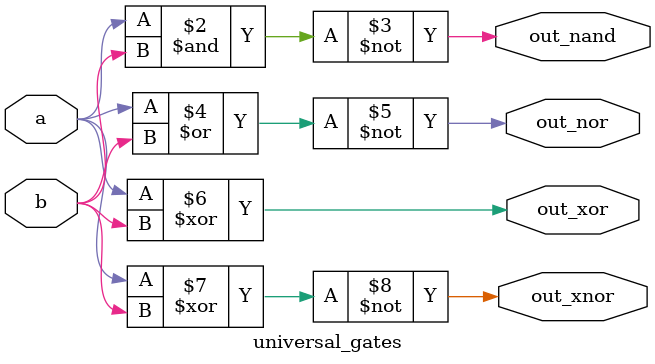
<source format=v>
module universal_gates(a,b,out_nand,out_nor,out_xor,out_xnor);

    input a,b;
	output reg out_nand,out_nor,out_xor,out_xnor;
	
	always @(*)
	   begin
	   
	        out_nand = ~(a & b);
			out_nor = ~(a | b);
			out_xor = a ^ b;
			out_xnor = ~(a ^ b);
			
		end
		
endmodule
</source>
